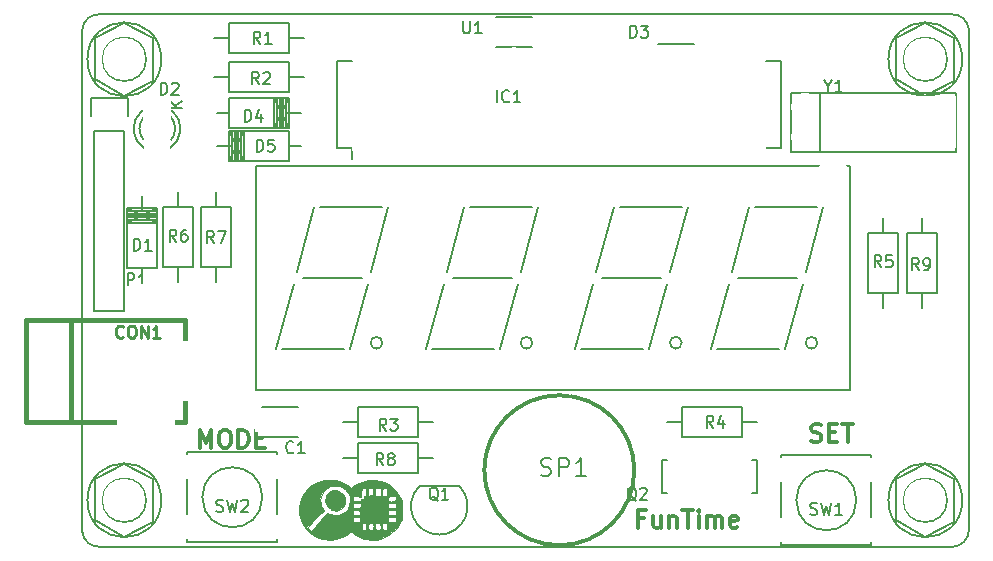
<source format=gbr>
G04 #@! TF.FileFunction,Legend,Top*
%FSLAX46Y46*%
G04 Gerber Fmt 4.6, Leading zero omitted, Abs format (unit mm)*
G04 Created by KiCad (PCBNEW 4.0.1-stable) date 14-Oct-16 3:18:09 PM*
%MOMM*%
G01*
G04 APERTURE LIST*
%ADD10C,0.100000*%
%ADD11C,0.300000*%
%ADD12C,0.375000*%
%ADD13C,0.150000*%
%ADD14C,0.381000*%
%ADD15C,0.317500*%
%ADD16C,0.127000*%
%ADD17C,0.002540*%
%ADD18C,0.254000*%
%ADD19C,0.200000*%
%ADD20C,0.203200*%
%ADD21R,2.432000X2.432000*%
%ADD22C,2.400000*%
%ADD23R,1.700000X1.700000*%
%ADD24C,1.700000*%
%ADD25R,2.432000X2.127200*%
%ADD26O,2.432000X2.127200*%
%ADD27C,2.398980*%
%ADD28C,2.348180*%
%ADD29C,5.200600*%
%ADD30R,5.200600X5.200600*%
%ADD31R,2.398980X2.398980*%
%ADD32R,2.400000X2.400000*%
%ADD33O,2.000000X2.000000*%
%ADD34C,1.400760*%
%ADD35O,2.099260X3.900120*%
%ADD36R,2.000000X2.000000*%
%ADD37C,2.000000*%
%ADD38C,2.100000*%
%ADD39R,10.400000X4.400000*%
%ADD40C,3.600000*%
G04 APERTURE END LIST*
D10*
D11*
X234185829Y-66088343D02*
X234400115Y-66159771D01*
X234757258Y-66159771D01*
X234900115Y-66088343D01*
X234971544Y-66016914D01*
X235042972Y-65874057D01*
X235042972Y-65731200D01*
X234971544Y-65588343D01*
X234900115Y-65516914D01*
X234757258Y-65445486D01*
X234471544Y-65374057D01*
X234328686Y-65302629D01*
X234257258Y-65231200D01*
X234185829Y-65088343D01*
X234185829Y-64945486D01*
X234257258Y-64802629D01*
X234328686Y-64731200D01*
X234471544Y-64659771D01*
X234828686Y-64659771D01*
X235042972Y-64731200D01*
X235685829Y-65374057D02*
X236185829Y-65374057D01*
X236400115Y-66159771D02*
X235685829Y-66159771D01*
X235685829Y-64659771D01*
X236400115Y-64659771D01*
X236828686Y-64659771D02*
X237685829Y-64659771D01*
X237257258Y-66159771D02*
X237257258Y-64659771D01*
X182400914Y-66667771D02*
X182400914Y-65167771D01*
X182900914Y-66239200D01*
X183400914Y-65167771D01*
X183400914Y-66667771D01*
X184400914Y-65167771D02*
X184686628Y-65167771D01*
X184829486Y-65239200D01*
X184972343Y-65382057D01*
X185043771Y-65667771D01*
X185043771Y-66167771D01*
X184972343Y-66453486D01*
X184829486Y-66596343D01*
X184686628Y-66667771D01*
X184400914Y-66667771D01*
X184258057Y-66596343D01*
X184115200Y-66453486D01*
X184043771Y-66167771D01*
X184043771Y-65667771D01*
X184115200Y-65382057D01*
X184258057Y-65239200D01*
X184400914Y-65167771D01*
X185686629Y-66667771D02*
X185686629Y-65167771D01*
X186043772Y-65167771D01*
X186258057Y-65239200D01*
X186400915Y-65382057D01*
X186472343Y-65524914D01*
X186543772Y-65810629D01*
X186543772Y-66024914D01*
X186472343Y-66310629D01*
X186400915Y-66453486D01*
X186258057Y-66596343D01*
X186043772Y-66667771D01*
X185686629Y-66667771D01*
X187186629Y-65882057D02*
X187686629Y-65882057D01*
X187900915Y-66667771D02*
X187186629Y-66667771D01*
X187186629Y-65167771D01*
X187900915Y-65167771D01*
D12*
X219996286Y-72663857D02*
X219496286Y-72663857D01*
X219496286Y-73449571D02*
X219496286Y-71949571D01*
X220210572Y-71949571D01*
X221424857Y-72449571D02*
X221424857Y-73449571D01*
X220782000Y-72449571D02*
X220782000Y-73235286D01*
X220853428Y-73378143D01*
X220996286Y-73449571D01*
X221210571Y-73449571D01*
X221353428Y-73378143D01*
X221424857Y-73306714D01*
X222139143Y-72449571D02*
X222139143Y-73449571D01*
X222139143Y-72592429D02*
X222210571Y-72521000D01*
X222353429Y-72449571D01*
X222567714Y-72449571D01*
X222710571Y-72521000D01*
X222782000Y-72663857D01*
X222782000Y-73449571D01*
X223282000Y-71949571D02*
X224139143Y-71949571D01*
X223710572Y-73449571D02*
X223710572Y-71949571D01*
X224639143Y-73449571D02*
X224639143Y-72449571D01*
X224639143Y-71949571D02*
X224567714Y-72021000D01*
X224639143Y-72092429D01*
X224710571Y-72021000D01*
X224639143Y-71949571D01*
X224639143Y-72092429D01*
X225353429Y-73449571D02*
X225353429Y-72449571D01*
X225353429Y-72592429D02*
X225424857Y-72521000D01*
X225567715Y-72449571D01*
X225782000Y-72449571D01*
X225924857Y-72521000D01*
X225996286Y-72663857D01*
X225996286Y-73449571D01*
X225996286Y-72663857D02*
X226067715Y-72521000D01*
X226210572Y-72449571D01*
X226424857Y-72449571D01*
X226567715Y-72521000D01*
X226639143Y-72663857D01*
X226639143Y-73449571D01*
X227924857Y-73378143D02*
X227782000Y-73449571D01*
X227496286Y-73449571D01*
X227353429Y-73378143D01*
X227282000Y-73235286D01*
X227282000Y-72663857D01*
X227353429Y-72521000D01*
X227496286Y-72449571D01*
X227782000Y-72449571D01*
X227924857Y-72521000D01*
X227996286Y-72663857D01*
X227996286Y-72806714D01*
X227282000Y-72949571D01*
D13*
X172466000Y-73787000D02*
X172466000Y-31242000D01*
X246126000Y-75057000D02*
X173990000Y-75057000D01*
X247523000Y-31242000D02*
X247523000Y-73660000D01*
X173990000Y-29972000D02*
X245999000Y-29972000D01*
X173990000Y-29972000D02*
G75*
G03X172466000Y-31242000I-127000J-1397000D01*
G01*
X247523000Y-31242000D02*
G75*
G03X245999000Y-29972000I-1397000J-127000D01*
G01*
X246126000Y-75057000D02*
G75*
G03X247523000Y-73660000I0J1397000D01*
G01*
X172466000Y-73787000D02*
G75*
G03X173990000Y-75057000I1397000J127000D01*
G01*
X237473680Y-61783360D02*
X187173680Y-61783360D01*
X187173680Y-61783360D02*
X187173680Y-42783360D01*
X187173680Y-42783360D02*
X237473680Y-42783360D01*
X237473680Y-42783360D02*
X237473680Y-61783360D01*
X227953680Y-52283360D02*
X232953680Y-52283360D01*
X226203680Y-58283360D02*
X231453680Y-58283360D01*
X233703680Y-51783360D02*
X235203680Y-46283360D01*
X231953680Y-58283360D02*
X233453680Y-52783360D01*
X227453680Y-51783360D02*
X228953680Y-46283360D01*
X225703680Y-58283360D02*
X227203680Y-52783360D01*
X229453680Y-46283360D02*
X234703680Y-46283360D01*
X191123680Y-52283360D02*
X196123680Y-52283360D01*
X189373680Y-58283360D02*
X194623680Y-58283360D01*
X196873680Y-51783360D02*
X198373680Y-46283360D01*
X195123680Y-58283360D02*
X196623680Y-52783360D01*
X190623680Y-51783360D02*
X192123680Y-46283360D01*
X188873680Y-58283360D02*
X190373680Y-52783360D01*
X192623680Y-46283360D02*
X197873680Y-46283360D01*
X205323680Y-46283360D02*
X210573680Y-46283360D01*
X201573680Y-58283360D02*
X203073680Y-52783360D01*
X203323680Y-51783360D02*
X204823680Y-46283360D01*
X207823680Y-58283360D02*
X209323680Y-52783360D01*
X209573680Y-51783360D02*
X211073680Y-46283360D01*
X202073680Y-58283360D02*
X207323680Y-58283360D01*
X203823680Y-52283360D02*
X208823680Y-52283360D01*
X222208680Y-51783360D02*
X223708680Y-46283360D01*
X217958680Y-46283360D02*
X223208680Y-46283360D01*
X215958680Y-51783360D02*
X217458680Y-46283360D01*
X216458680Y-52283360D02*
X221458680Y-52283360D01*
X214708680Y-58283360D02*
X219958680Y-58283360D01*
X214208680Y-58283360D02*
X215708680Y-52783360D01*
X220458680Y-58283360D02*
X221958680Y-52783360D01*
X234703680Y-57783360D02*
G75*
G03X234703680Y-57783360I-500000J0D01*
G01*
X197873680Y-57783360D02*
G75*
G03X197873680Y-57783360I-500000J0D01*
G01*
X223208680Y-57783360D02*
G75*
G03X223208680Y-57783360I-500000J0D01*
G01*
X210573680Y-57783360D02*
G75*
G03X210573680Y-57783360I-500000J0D01*
G01*
X187710000Y-63266000D02*
X190710000Y-63266000D01*
X190710000Y-65766000D02*
X187710000Y-65766000D01*
X176022000Y-39878000D02*
X176022000Y-55118000D01*
X176022000Y-55118000D02*
X173482000Y-55118000D01*
X173482000Y-55118000D02*
X173482000Y-39878000D01*
X176302000Y-37058000D02*
X176302000Y-38608000D01*
X176022000Y-39878000D02*
X173482000Y-39878000D01*
X173202000Y-38608000D02*
X173202000Y-37058000D01*
X173202000Y-37058000D02*
X176302000Y-37058000D01*
X189992000Y-33274000D02*
X184912000Y-33274000D01*
X184912000Y-33274000D02*
X184912000Y-30734000D01*
X184912000Y-30734000D02*
X189992000Y-30734000D01*
X189992000Y-30734000D02*
X189992000Y-33274000D01*
X189992000Y-32004000D02*
X191262000Y-32004000D01*
X184912000Y-32004000D02*
X183642000Y-32004000D01*
X184912000Y-34036000D02*
X189992000Y-34036000D01*
X189992000Y-34036000D02*
X189992000Y-36576000D01*
X189992000Y-36576000D02*
X184912000Y-36576000D01*
X184912000Y-36576000D02*
X184912000Y-34036000D01*
X184912000Y-35306000D02*
X183642000Y-35306000D01*
X189992000Y-35306000D02*
X191262000Y-35306000D01*
X200914000Y-65786000D02*
X195834000Y-65786000D01*
X195834000Y-65786000D02*
X195834000Y-63246000D01*
X195834000Y-63246000D02*
X200914000Y-63246000D01*
X200914000Y-63246000D02*
X200914000Y-65786000D01*
X200914000Y-64516000D02*
X202184000Y-64516000D01*
X195834000Y-64516000D02*
X194564000Y-64516000D01*
X223266000Y-63246000D02*
X228346000Y-63246000D01*
X228346000Y-63246000D02*
X228346000Y-65786000D01*
X228346000Y-65786000D02*
X223266000Y-65786000D01*
X223266000Y-65786000D02*
X223266000Y-63246000D01*
X223266000Y-64516000D02*
X221996000Y-64516000D01*
X228346000Y-64516000D02*
X229616000Y-64516000D01*
X239014000Y-53594000D02*
X239014000Y-48514000D01*
X239014000Y-48514000D02*
X241554000Y-48514000D01*
X241554000Y-48514000D02*
X241554000Y-53594000D01*
X241554000Y-53594000D02*
X239014000Y-53594000D01*
X240284000Y-53594000D02*
X240284000Y-54864000D01*
X240284000Y-48514000D02*
X240284000Y-47244000D01*
X179324000Y-51333400D02*
X179324000Y-46253400D01*
X179324000Y-46253400D02*
X181864000Y-46253400D01*
X181864000Y-46253400D02*
X181864000Y-51333400D01*
X181864000Y-51333400D02*
X179324000Y-51333400D01*
X180594000Y-51333400D02*
X180594000Y-52603400D01*
X180594000Y-46253400D02*
X180594000Y-44983400D01*
X182524400Y-51333400D02*
X182524400Y-46253400D01*
X182524400Y-46253400D02*
X185064400Y-46253400D01*
X185064400Y-46253400D02*
X185064400Y-51333400D01*
X185064400Y-51333400D02*
X182524400Y-51333400D01*
X183794400Y-51333400D02*
X183794400Y-52603400D01*
X183794400Y-46253400D02*
X183794400Y-44983400D01*
D14*
X168452800Y-55880000D02*
X167690800Y-55880000D01*
X167690800Y-55880000D02*
X167690800Y-64516000D01*
X167690800Y-64516000D02*
X168452800Y-64516000D01*
X171500800Y-55880000D02*
X171500800Y-64516000D01*
X181152800Y-55880000D02*
X181152800Y-64516000D01*
X168452800Y-64516000D02*
X181152800Y-64516000D01*
X168452800Y-55880000D02*
X181152800Y-55880000D01*
D13*
X177535840Y-51447700D02*
X177535840Y-52463700D01*
X177535840Y-46621700D02*
X177535840Y-45351700D01*
X178805840Y-46875700D02*
X176265840Y-46875700D01*
X178805840Y-47129700D02*
X176265840Y-47129700D01*
X178805840Y-47383700D02*
X176265840Y-47383700D01*
X178805840Y-46621700D02*
X176265840Y-46621700D01*
X178805840Y-47637700D02*
X176265840Y-46367700D01*
X178805840Y-46367700D02*
X176265840Y-47637700D01*
X178805840Y-47637700D02*
X176265840Y-47637700D01*
X178805840Y-47002700D02*
X176265840Y-47002700D01*
X176265840Y-46367700D02*
X178805840Y-46367700D01*
X178805840Y-46367700D02*
X178805840Y-51447700D01*
X178805840Y-51447700D02*
X176265840Y-51447700D01*
X176265840Y-51447700D02*
X176265840Y-46367700D01*
X177502000Y-38155000D02*
X177702000Y-38155000D01*
X180096000Y-38155000D02*
X179916000Y-38155000D01*
X179785643Y-41382744D02*
G75*
G03X180102000Y-38155000I-1003643J1727744D01*
G01*
X179915068Y-40707006D02*
G75*
G03X179916000Y-38604000I-1133068J1052006D01*
G01*
X177475274Y-38167780D02*
G75*
G03X177822000Y-41405000I1306726J-1497220D01*
G01*
X177702747Y-38641111D02*
G75*
G03X177722000Y-40689000I1079253J-1013889D01*
G01*
X221238000Y-29992000D02*
X224238000Y-29992000D01*
X224238000Y-32492000D02*
X221238000Y-32492000D01*
X184912000Y-38356540D02*
X183896000Y-38356540D01*
X189738000Y-38356540D02*
X191008000Y-38356540D01*
X189484000Y-39626540D02*
X189484000Y-37086540D01*
X189230000Y-39626540D02*
X189230000Y-37086540D01*
X188976000Y-39626540D02*
X188976000Y-37086540D01*
X189738000Y-39626540D02*
X189738000Y-37086540D01*
X188722000Y-39626540D02*
X189992000Y-37086540D01*
X189992000Y-39626540D02*
X188722000Y-37086540D01*
X188722000Y-39626540D02*
X188722000Y-37086540D01*
X189357000Y-39626540D02*
X189357000Y-37086540D01*
X189992000Y-37086540D02*
X189992000Y-39626540D01*
X189992000Y-39626540D02*
X184912000Y-39626540D01*
X184912000Y-39626540D02*
X184912000Y-37086540D01*
X184912000Y-37086540D02*
X189992000Y-37086540D01*
X189992000Y-41145460D02*
X191008000Y-41145460D01*
X185166000Y-41145460D02*
X183896000Y-41145460D01*
X185420000Y-39875460D02*
X185420000Y-42415460D01*
X185674000Y-39875460D02*
X185674000Y-42415460D01*
X185928000Y-39875460D02*
X185928000Y-42415460D01*
X185166000Y-39875460D02*
X185166000Y-42415460D01*
X186182000Y-39875460D02*
X184912000Y-42415460D01*
X184912000Y-39875460D02*
X186182000Y-42415460D01*
X186182000Y-39875460D02*
X186182000Y-42415460D01*
X185547000Y-39875460D02*
X185547000Y-42415460D01*
X184912000Y-42415460D02*
X184912000Y-39875460D01*
X184912000Y-39875460D02*
X189992000Y-39875460D01*
X189992000Y-39875460D02*
X189992000Y-42415460D01*
X189992000Y-42415460D02*
X184912000Y-42415460D01*
X194047000Y-41267000D02*
X195317000Y-41267000D01*
X194047000Y-33917000D02*
X195317000Y-33917000D01*
X231657000Y-33917000D02*
X230387000Y-33917000D01*
X231657000Y-41267000D02*
X230387000Y-41267000D01*
X194047000Y-41267000D02*
X194047000Y-33917000D01*
X231657000Y-41267000D02*
X231657000Y-33917000D01*
X195317000Y-41267000D02*
X195317000Y-42202000D01*
X204392000Y-69928000D02*
X200992000Y-69928000D01*
X204389056Y-69930944D02*
G75*
G02X202692000Y-74028000I-1697056J-1697056D01*
G01*
X200994944Y-69930944D02*
G75*
G03X202692000Y-74028000I1697056J-1697056D01*
G01*
X229552500Y-70487540D02*
X229151180Y-70487540D01*
X229552500Y-70487540D02*
X229552500Y-67688460D01*
X229552500Y-67688460D02*
X229151180Y-67688460D01*
X221551500Y-70487540D02*
X221952820Y-70487540D01*
X221551500Y-70487540D02*
X221551500Y-67688460D01*
X221551500Y-67688460D02*
X221952820Y-67688460D01*
X200914000Y-68834000D02*
X195834000Y-68834000D01*
X195834000Y-68834000D02*
X195834000Y-66294000D01*
X195834000Y-66294000D02*
X200914000Y-66294000D01*
X200914000Y-66294000D02*
X200914000Y-68834000D01*
X200914000Y-67564000D02*
X202184000Y-67564000D01*
X195834000Y-67564000D02*
X194564000Y-67564000D01*
X244856000Y-48514000D02*
X244856000Y-53594000D01*
X244856000Y-53594000D02*
X242316000Y-53594000D01*
X242316000Y-53594000D02*
X242316000Y-48514000D01*
X242316000Y-48514000D02*
X244856000Y-48514000D01*
X243586000Y-48514000D02*
X243586000Y-47244000D01*
X243586000Y-53594000D02*
X243586000Y-54864000D01*
D15*
X219202000Y-68580000D02*
G75*
G03X219202000Y-68580000I-6350000J0D01*
G01*
D16*
X237998000Y-71120000D02*
G75*
G03X237998000Y-71120000I-2540000J0D01*
G01*
X239268000Y-74930000D02*
X231648000Y-74930000D01*
X231648000Y-74930000D02*
X231648000Y-67310000D01*
X231648000Y-67310000D02*
X239268000Y-67310000D01*
X239268000Y-74930000D02*
X239268000Y-67310000D01*
X187706000Y-70866000D02*
G75*
G03X187706000Y-70866000I-2540000J0D01*
G01*
X188976000Y-74676000D02*
X181356000Y-74676000D01*
X181356000Y-74676000D02*
X181356000Y-67056000D01*
X181356000Y-67056000D02*
X188976000Y-67056000D01*
X188976000Y-74676000D02*
X188976000Y-67056000D01*
D13*
X207522000Y-30246000D02*
X210522000Y-30246000D01*
X210522000Y-32746000D02*
X207522000Y-32746000D01*
X234930000Y-36616000D02*
X234930000Y-41616000D01*
X232430000Y-36616000D02*
X232430000Y-41616000D01*
X232430000Y-41616000D02*
X246430000Y-41616000D01*
X246430000Y-41616000D02*
X246430000Y-36616000D01*
X246430000Y-36616000D02*
X232430000Y-36616000D01*
X243840000Y-36882000D02*
X246240000Y-35582000D01*
X241340000Y-35482000D02*
X243840000Y-36882000D01*
X241340000Y-31982000D02*
X243840000Y-30682000D01*
X241340000Y-35582000D02*
X241340000Y-31982000D01*
X246240000Y-31982000D02*
X243840000Y-30682000D01*
X246240000Y-35582000D02*
X246240000Y-31882000D01*
X246964100Y-33782000D02*
G75*
G03X246964100Y-33782000I-3124100J0D01*
G01*
X246940000Y-33782000D02*
X246940000Y-33982000D01*
X245678478Y-33782000D02*
G75*
G03X245678478Y-33782000I-1838478J0D01*
G01*
X176022000Y-74220000D02*
X178422000Y-72920000D01*
X173522000Y-72820000D02*
X176022000Y-74220000D01*
X173522000Y-69320000D02*
X176022000Y-68020000D01*
X173522000Y-72920000D02*
X173522000Y-69320000D01*
X178422000Y-69320000D02*
X176022000Y-68020000D01*
X178422000Y-72920000D02*
X178422000Y-69220000D01*
X179146100Y-71120000D02*
G75*
G03X179146100Y-71120000I-3124100J0D01*
G01*
X179122000Y-71120000D02*
X179122000Y-71320000D01*
X177860478Y-71120000D02*
G75*
G03X177860478Y-71120000I-1838478J0D01*
G01*
X176022000Y-36882000D02*
X178422000Y-35582000D01*
X173522000Y-35482000D02*
X176022000Y-36882000D01*
X173522000Y-31982000D02*
X176022000Y-30682000D01*
X173522000Y-35582000D02*
X173522000Y-31982000D01*
X178422000Y-31982000D02*
X176022000Y-30682000D01*
X178422000Y-35582000D02*
X178422000Y-31882000D01*
X179146100Y-33782000D02*
G75*
G03X179146100Y-33782000I-3124100J0D01*
G01*
X179122000Y-33782000D02*
X179122000Y-33982000D01*
X177860478Y-33782000D02*
G75*
G03X177860478Y-33782000I-1838478J0D01*
G01*
X243840000Y-74220000D02*
X246240000Y-72920000D01*
X241340000Y-72820000D02*
X243840000Y-74220000D01*
X241340000Y-69320000D02*
X243840000Y-68020000D01*
X241340000Y-72920000D02*
X241340000Y-69320000D01*
X246240000Y-69320000D02*
X243840000Y-68020000D01*
X246240000Y-72920000D02*
X246240000Y-69220000D01*
X246964100Y-71120000D02*
G75*
G03X246964100Y-71120000I-3124100J0D01*
G01*
X246940000Y-71120000D02*
X246940000Y-71320000D01*
X245678478Y-71120000D02*
G75*
G03X245678478Y-71120000I-1838478J0D01*
G01*
D17*
G36*
X199557640Y-71945500D02*
X199550020Y-72273160D01*
X199534780Y-72506840D01*
X199499220Y-72687180D01*
X199443340Y-72852280D01*
X199400160Y-72946260D01*
X199100440Y-73446640D01*
X199016620Y-73535540D01*
X199016620Y-70784720D01*
X198688960Y-70784720D01*
X198495920Y-70787260D01*
X198401940Y-70812660D01*
X198366380Y-70878700D01*
X198361300Y-70967600D01*
X198379080Y-71130160D01*
X198447660Y-71208900D01*
X198597520Y-71226680D01*
X198714360Y-71221600D01*
X198882000Y-71201280D01*
X198963280Y-71147940D01*
X198991220Y-71031100D01*
X198996300Y-70993000D01*
X199016620Y-70784720D01*
X199016620Y-73535540D01*
X199009000Y-73545700D01*
X199009000Y-72976740D01*
X199009000Y-72753220D01*
X199009000Y-72527160D01*
X199009000Y-72397620D01*
X199009000Y-72171560D01*
X199009000Y-71945500D01*
X199009000Y-71815960D01*
X199009000Y-71592440D01*
X199009000Y-71366380D01*
X198686420Y-71366380D01*
X198361300Y-71366380D01*
X198361300Y-71592440D01*
X198361300Y-71815960D01*
X198686420Y-71815960D01*
X199009000Y-71815960D01*
X199009000Y-71945500D01*
X198686420Y-71945500D01*
X198361300Y-71945500D01*
X198361300Y-72171560D01*
X198361300Y-72397620D01*
X198686420Y-72397620D01*
X199009000Y-72397620D01*
X199009000Y-72527160D01*
X198686420Y-72527160D01*
X198361300Y-72527160D01*
X198361300Y-72753220D01*
X198361300Y-72976740D01*
X198686420Y-72976740D01*
X199009000Y-72976740D01*
X199009000Y-73545700D01*
X198727060Y-73845420D01*
X198297800Y-74132440D01*
X198297800Y-73334880D01*
X198297800Y-70721220D01*
X198297800Y-70393560D01*
X198297800Y-70065900D01*
X198089520Y-70086220D01*
X197962520Y-70106540D01*
X197896480Y-70162420D01*
X197868540Y-70286880D01*
X197858380Y-70413880D01*
X197840600Y-70721220D01*
X198069200Y-70721220D01*
X198297800Y-70721220D01*
X198297800Y-73334880D01*
X198292720Y-73154540D01*
X198259700Y-73070720D01*
X198173340Y-73042780D01*
X198071740Y-73042780D01*
X197932040Y-73047860D01*
X197868540Y-73088500D01*
X197848220Y-73202800D01*
X197848220Y-73334880D01*
X197850760Y-73512680D01*
X197883780Y-73593960D01*
X197970140Y-73621900D01*
X198071740Y-73624440D01*
X198211440Y-73616820D01*
X198277480Y-73576180D01*
X198295260Y-73461880D01*
X198297800Y-73334880D01*
X198297800Y-74132440D01*
X198267320Y-74155300D01*
X197866000Y-74333100D01*
X197718680Y-74376280D01*
X197718680Y-73334880D01*
X197718680Y-70721220D01*
X197718680Y-70398640D01*
X197718680Y-70073520D01*
X197492620Y-70073520D01*
X197266560Y-70073520D01*
X197266560Y-70398640D01*
X197266560Y-70721220D01*
X197492620Y-70721220D01*
X197718680Y-70721220D01*
X197718680Y-73334880D01*
X197711060Y-73154540D01*
X197678040Y-73070720D01*
X197591680Y-73042780D01*
X197492620Y-73042780D01*
X197352920Y-73047860D01*
X197286880Y-73088500D01*
X197266560Y-73202800D01*
X197266560Y-73334880D01*
X197271640Y-73512680D01*
X197304660Y-73593960D01*
X197391020Y-73621900D01*
X197492620Y-73624440D01*
X197629780Y-73616820D01*
X197695820Y-73576180D01*
X197716140Y-73461880D01*
X197718680Y-73334880D01*
X197718680Y-74376280D01*
X197629780Y-74406760D01*
X197418960Y-74447400D01*
X197172580Y-74457560D01*
X197121780Y-74455020D01*
X197121780Y-73334880D01*
X197116700Y-73154540D01*
X197104000Y-73113900D01*
X197104000Y-70507860D01*
X197104000Y-70398640D01*
X197098920Y-70218300D01*
X197063360Y-70129400D01*
X196974460Y-70096380D01*
X196895720Y-70086220D01*
X196687440Y-70065900D01*
X196687440Y-70398640D01*
X196687440Y-70728840D01*
X196895720Y-70705980D01*
X197025260Y-70688200D01*
X197083680Y-70634860D01*
X197104000Y-70507860D01*
X197104000Y-73113900D01*
X197088760Y-73070720D01*
X197002400Y-73042780D01*
X196905880Y-73042780D01*
X196768720Y-73047860D01*
X196705220Y-73091040D01*
X196687440Y-73205340D01*
X196687440Y-73334880D01*
X196689980Y-73512680D01*
X196723000Y-73593960D01*
X196809360Y-73621900D01*
X196900800Y-73624440D01*
X197032880Y-73616820D01*
X197096380Y-73571100D01*
X197116700Y-73456800D01*
X197121780Y-73334880D01*
X197121780Y-74455020D01*
X196890640Y-74449940D01*
X196570600Y-74427080D01*
X196509640Y-74414380D01*
X196509640Y-73464420D01*
X196507100Y-73431400D01*
X196507100Y-70154800D01*
X196463920Y-70116700D01*
X196334380Y-70088760D01*
X196319140Y-70088760D01*
X196110860Y-70065900D01*
X196093080Y-70439280D01*
X196072760Y-70812660D01*
X196039740Y-70810120D01*
X196039740Y-70495160D01*
X196039740Y-70236080D01*
X196009260Y-70203060D01*
X195976240Y-70236080D01*
X196009260Y-70266560D01*
X196039740Y-70236080D01*
X196039740Y-70495160D01*
X196009260Y-70462140D01*
X195976240Y-70495160D01*
X196009260Y-70528180D01*
X196039740Y-70495160D01*
X196039740Y-70810120D01*
X195734940Y-70792340D01*
X195536820Y-70784720D01*
X195435220Y-70802500D01*
X195399660Y-70860920D01*
X195394580Y-70967600D01*
X195404740Y-71092060D01*
X195460620Y-71153020D01*
X195597780Y-71178420D01*
X195668900Y-71183500D01*
X195879720Y-71193660D01*
X195991480Y-71178420D01*
X196034660Y-71125080D01*
X196039740Y-71071740D01*
X196067680Y-70990460D01*
X196088000Y-70985380D01*
X196237860Y-70980300D01*
X196288660Y-70899020D01*
X196278500Y-70848220D01*
X196281040Y-70746620D01*
X196369940Y-70721220D01*
X196451220Y-70695820D01*
X196484240Y-70601840D01*
X196491860Y-70462140D01*
X196494400Y-70284340D01*
X196504560Y-70170040D01*
X196507100Y-70154800D01*
X196507100Y-73431400D01*
X196502020Y-73334880D01*
X196481700Y-73154540D01*
X196438520Y-73068180D01*
X196352160Y-73042780D01*
X196291200Y-73042780D01*
X196176900Y-73050400D01*
X196123560Y-73101200D01*
X196105780Y-73228200D01*
X196105780Y-73334880D01*
X196108320Y-73512680D01*
X196141340Y-73593960D01*
X196227700Y-73621900D01*
X196314060Y-73624440D01*
X196441060Y-73616820D01*
X196499480Y-73576180D01*
X196509640Y-73464420D01*
X196509640Y-74414380D01*
X196329300Y-74386440D01*
X196108320Y-74315320D01*
X196047360Y-74284840D01*
X196047360Y-71366380D01*
X195722240Y-71366380D01*
X195529200Y-71368920D01*
X195432680Y-71394320D01*
X195399660Y-71460360D01*
X195394580Y-71551800D01*
X195412360Y-71683880D01*
X195486020Y-71752460D01*
X195638420Y-71780400D01*
X195808600Y-71777860D01*
X195950840Y-71755000D01*
X196011800Y-71676260D01*
X196027040Y-71569580D01*
X196047360Y-71366380D01*
X196047360Y-74284840D01*
X196009260Y-74269600D01*
X196009260Y-72753220D01*
X196009260Y-72171560D01*
X195999100Y-72054720D01*
X195950840Y-71993760D01*
X195826380Y-71968360D01*
X195701920Y-71958200D01*
X195394580Y-71937880D01*
X195394580Y-72171560D01*
X195394580Y-72405240D01*
X195701920Y-72384920D01*
X195887340Y-72367140D01*
X195976240Y-72331580D01*
X196004180Y-72252840D01*
X196009260Y-72171560D01*
X196009260Y-72753220D01*
X195999100Y-72633840D01*
X195950840Y-72575420D01*
X195826380Y-72547480D01*
X195701920Y-72537320D01*
X195394580Y-72519540D01*
X195394580Y-72753220D01*
X195394580Y-72984360D01*
X195701920Y-72966580D01*
X195887340Y-72948800D01*
X195976240Y-72910700D01*
X196004180Y-72831960D01*
X196009260Y-72753220D01*
X196009260Y-74269600D01*
X195897500Y-74218800D01*
X195671440Y-74096880D01*
X195483480Y-73977500D01*
X195369180Y-73886060D01*
X195298060Y-73820020D01*
X195232020Y-73804780D01*
X195138040Y-73845420D01*
X195138040Y-71153020D01*
X195094860Y-70802500D01*
X194950080Y-70469760D01*
X194703700Y-70177660D01*
X194566540Y-70068440D01*
X194416680Y-69982080D01*
X194254120Y-69933820D01*
X194033140Y-69916040D01*
X193873120Y-69913500D01*
X193619120Y-69918580D01*
X193446400Y-69941440D01*
X193311780Y-69999860D01*
X193172080Y-70101460D01*
X193159380Y-70111620D01*
X192940940Y-70332600D01*
X192763140Y-70606920D01*
X192648840Y-70886320D01*
X192620900Y-71071740D01*
X192648840Y-71333360D01*
X192717420Y-71592440D01*
X192816480Y-71795640D01*
X192862200Y-71854060D01*
X192928240Y-71935340D01*
X192902840Y-72001380D01*
X192808860Y-72075040D01*
X192707260Y-72166480D01*
X192539620Y-72331580D01*
X192331340Y-72544940D01*
X192102740Y-72788780D01*
X192074800Y-72819260D01*
X191498220Y-73446640D01*
X191653160Y-73571100D01*
X191808100Y-73698100D01*
X192232280Y-73258680D01*
X192458340Y-73017380D01*
X192686940Y-72773540D01*
X192877440Y-72560180D01*
X192920620Y-72509380D01*
X193184780Y-72202040D01*
X193415920Y-72301100D01*
X193791840Y-72390000D01*
X194175380Y-72354440D01*
X194348100Y-72298560D01*
X194685920Y-72095360D01*
X194929760Y-71821040D01*
X195082160Y-71501000D01*
X195138040Y-71153020D01*
X195138040Y-73845420D01*
X195135500Y-73847960D01*
X194970400Y-73959720D01*
X194955160Y-73974960D01*
X194482720Y-74236580D01*
X193959480Y-74401680D01*
X193415920Y-74467720D01*
X192885060Y-74429620D01*
X192491360Y-74320400D01*
X191978280Y-74061320D01*
X191546480Y-73713340D01*
X191211200Y-73289160D01*
X190974980Y-72804020D01*
X190845440Y-72275700D01*
X190832740Y-71711820D01*
X190875920Y-71417180D01*
X190987680Y-70998080D01*
X191160400Y-70639940D01*
X191414400Y-70299580D01*
X191531240Y-70170040D01*
X191937640Y-69827140D01*
X192407540Y-69575680D01*
X192915540Y-69428360D01*
X193441320Y-69377560D01*
X193962020Y-69430900D01*
X194459860Y-69585840D01*
X194909440Y-69844920D01*
X195011040Y-69926200D01*
X195199000Y-70083680D01*
X195409820Y-69926200D01*
X195874640Y-69641720D01*
X196392800Y-69461380D01*
X196613780Y-69418200D01*
X197175120Y-69382640D01*
X197716140Y-69471540D01*
X198221600Y-69667120D01*
X198673720Y-69966840D01*
X199057260Y-70365620D01*
X199354440Y-70845680D01*
X199356980Y-70848220D01*
X199448420Y-71051420D01*
X199506840Y-71221600D01*
X199539860Y-71401940D01*
X199552560Y-71628000D01*
X199557640Y-71945500D01*
X199557640Y-71945500D01*
X199557640Y-71945500D01*
G37*
X199557640Y-71945500D02*
X199550020Y-72273160D01*
X199534780Y-72506840D01*
X199499220Y-72687180D01*
X199443340Y-72852280D01*
X199400160Y-72946260D01*
X199100440Y-73446640D01*
X199016620Y-73535540D01*
X199016620Y-70784720D01*
X198688960Y-70784720D01*
X198495920Y-70787260D01*
X198401940Y-70812660D01*
X198366380Y-70878700D01*
X198361300Y-70967600D01*
X198379080Y-71130160D01*
X198447660Y-71208900D01*
X198597520Y-71226680D01*
X198714360Y-71221600D01*
X198882000Y-71201280D01*
X198963280Y-71147940D01*
X198991220Y-71031100D01*
X198996300Y-70993000D01*
X199016620Y-70784720D01*
X199016620Y-73535540D01*
X199009000Y-73545700D01*
X199009000Y-72976740D01*
X199009000Y-72753220D01*
X199009000Y-72527160D01*
X199009000Y-72397620D01*
X199009000Y-72171560D01*
X199009000Y-71945500D01*
X199009000Y-71815960D01*
X199009000Y-71592440D01*
X199009000Y-71366380D01*
X198686420Y-71366380D01*
X198361300Y-71366380D01*
X198361300Y-71592440D01*
X198361300Y-71815960D01*
X198686420Y-71815960D01*
X199009000Y-71815960D01*
X199009000Y-71945500D01*
X198686420Y-71945500D01*
X198361300Y-71945500D01*
X198361300Y-72171560D01*
X198361300Y-72397620D01*
X198686420Y-72397620D01*
X199009000Y-72397620D01*
X199009000Y-72527160D01*
X198686420Y-72527160D01*
X198361300Y-72527160D01*
X198361300Y-72753220D01*
X198361300Y-72976740D01*
X198686420Y-72976740D01*
X199009000Y-72976740D01*
X199009000Y-73545700D01*
X198727060Y-73845420D01*
X198297800Y-74132440D01*
X198297800Y-73334880D01*
X198297800Y-70721220D01*
X198297800Y-70393560D01*
X198297800Y-70065900D01*
X198089520Y-70086220D01*
X197962520Y-70106540D01*
X197896480Y-70162420D01*
X197868540Y-70286880D01*
X197858380Y-70413880D01*
X197840600Y-70721220D01*
X198069200Y-70721220D01*
X198297800Y-70721220D01*
X198297800Y-73334880D01*
X198292720Y-73154540D01*
X198259700Y-73070720D01*
X198173340Y-73042780D01*
X198071740Y-73042780D01*
X197932040Y-73047860D01*
X197868540Y-73088500D01*
X197848220Y-73202800D01*
X197848220Y-73334880D01*
X197850760Y-73512680D01*
X197883780Y-73593960D01*
X197970140Y-73621900D01*
X198071740Y-73624440D01*
X198211440Y-73616820D01*
X198277480Y-73576180D01*
X198295260Y-73461880D01*
X198297800Y-73334880D01*
X198297800Y-74132440D01*
X198267320Y-74155300D01*
X197866000Y-74333100D01*
X197718680Y-74376280D01*
X197718680Y-73334880D01*
X197718680Y-70721220D01*
X197718680Y-70398640D01*
X197718680Y-70073520D01*
X197492620Y-70073520D01*
X197266560Y-70073520D01*
X197266560Y-70398640D01*
X197266560Y-70721220D01*
X197492620Y-70721220D01*
X197718680Y-70721220D01*
X197718680Y-73334880D01*
X197711060Y-73154540D01*
X197678040Y-73070720D01*
X197591680Y-73042780D01*
X197492620Y-73042780D01*
X197352920Y-73047860D01*
X197286880Y-73088500D01*
X197266560Y-73202800D01*
X197266560Y-73334880D01*
X197271640Y-73512680D01*
X197304660Y-73593960D01*
X197391020Y-73621900D01*
X197492620Y-73624440D01*
X197629780Y-73616820D01*
X197695820Y-73576180D01*
X197716140Y-73461880D01*
X197718680Y-73334880D01*
X197718680Y-74376280D01*
X197629780Y-74406760D01*
X197418960Y-74447400D01*
X197172580Y-74457560D01*
X197121780Y-74455020D01*
X197121780Y-73334880D01*
X197116700Y-73154540D01*
X197104000Y-73113900D01*
X197104000Y-70507860D01*
X197104000Y-70398640D01*
X197098920Y-70218300D01*
X197063360Y-70129400D01*
X196974460Y-70096380D01*
X196895720Y-70086220D01*
X196687440Y-70065900D01*
X196687440Y-70398640D01*
X196687440Y-70728840D01*
X196895720Y-70705980D01*
X197025260Y-70688200D01*
X197083680Y-70634860D01*
X197104000Y-70507860D01*
X197104000Y-73113900D01*
X197088760Y-73070720D01*
X197002400Y-73042780D01*
X196905880Y-73042780D01*
X196768720Y-73047860D01*
X196705220Y-73091040D01*
X196687440Y-73205340D01*
X196687440Y-73334880D01*
X196689980Y-73512680D01*
X196723000Y-73593960D01*
X196809360Y-73621900D01*
X196900800Y-73624440D01*
X197032880Y-73616820D01*
X197096380Y-73571100D01*
X197116700Y-73456800D01*
X197121780Y-73334880D01*
X197121780Y-74455020D01*
X196890640Y-74449940D01*
X196570600Y-74427080D01*
X196509640Y-74414380D01*
X196509640Y-73464420D01*
X196507100Y-73431400D01*
X196507100Y-70154800D01*
X196463920Y-70116700D01*
X196334380Y-70088760D01*
X196319140Y-70088760D01*
X196110860Y-70065900D01*
X196093080Y-70439280D01*
X196072760Y-70812660D01*
X196039740Y-70810120D01*
X196039740Y-70495160D01*
X196039740Y-70236080D01*
X196009260Y-70203060D01*
X195976240Y-70236080D01*
X196009260Y-70266560D01*
X196039740Y-70236080D01*
X196039740Y-70495160D01*
X196009260Y-70462140D01*
X195976240Y-70495160D01*
X196009260Y-70528180D01*
X196039740Y-70495160D01*
X196039740Y-70810120D01*
X195734940Y-70792340D01*
X195536820Y-70784720D01*
X195435220Y-70802500D01*
X195399660Y-70860920D01*
X195394580Y-70967600D01*
X195404740Y-71092060D01*
X195460620Y-71153020D01*
X195597780Y-71178420D01*
X195668900Y-71183500D01*
X195879720Y-71193660D01*
X195991480Y-71178420D01*
X196034660Y-71125080D01*
X196039740Y-71071740D01*
X196067680Y-70990460D01*
X196088000Y-70985380D01*
X196237860Y-70980300D01*
X196288660Y-70899020D01*
X196278500Y-70848220D01*
X196281040Y-70746620D01*
X196369940Y-70721220D01*
X196451220Y-70695820D01*
X196484240Y-70601840D01*
X196491860Y-70462140D01*
X196494400Y-70284340D01*
X196504560Y-70170040D01*
X196507100Y-70154800D01*
X196507100Y-73431400D01*
X196502020Y-73334880D01*
X196481700Y-73154540D01*
X196438520Y-73068180D01*
X196352160Y-73042780D01*
X196291200Y-73042780D01*
X196176900Y-73050400D01*
X196123560Y-73101200D01*
X196105780Y-73228200D01*
X196105780Y-73334880D01*
X196108320Y-73512680D01*
X196141340Y-73593960D01*
X196227700Y-73621900D01*
X196314060Y-73624440D01*
X196441060Y-73616820D01*
X196499480Y-73576180D01*
X196509640Y-73464420D01*
X196509640Y-74414380D01*
X196329300Y-74386440D01*
X196108320Y-74315320D01*
X196047360Y-74284840D01*
X196047360Y-71366380D01*
X195722240Y-71366380D01*
X195529200Y-71368920D01*
X195432680Y-71394320D01*
X195399660Y-71460360D01*
X195394580Y-71551800D01*
X195412360Y-71683880D01*
X195486020Y-71752460D01*
X195638420Y-71780400D01*
X195808600Y-71777860D01*
X195950840Y-71755000D01*
X196011800Y-71676260D01*
X196027040Y-71569580D01*
X196047360Y-71366380D01*
X196047360Y-74284840D01*
X196009260Y-74269600D01*
X196009260Y-72753220D01*
X196009260Y-72171560D01*
X195999100Y-72054720D01*
X195950840Y-71993760D01*
X195826380Y-71968360D01*
X195701920Y-71958200D01*
X195394580Y-71937880D01*
X195394580Y-72171560D01*
X195394580Y-72405240D01*
X195701920Y-72384920D01*
X195887340Y-72367140D01*
X195976240Y-72331580D01*
X196004180Y-72252840D01*
X196009260Y-72171560D01*
X196009260Y-72753220D01*
X195999100Y-72633840D01*
X195950840Y-72575420D01*
X195826380Y-72547480D01*
X195701920Y-72537320D01*
X195394580Y-72519540D01*
X195394580Y-72753220D01*
X195394580Y-72984360D01*
X195701920Y-72966580D01*
X195887340Y-72948800D01*
X195976240Y-72910700D01*
X196004180Y-72831960D01*
X196009260Y-72753220D01*
X196009260Y-74269600D01*
X195897500Y-74218800D01*
X195671440Y-74096880D01*
X195483480Y-73977500D01*
X195369180Y-73886060D01*
X195298060Y-73820020D01*
X195232020Y-73804780D01*
X195138040Y-73845420D01*
X195138040Y-71153020D01*
X195094860Y-70802500D01*
X194950080Y-70469760D01*
X194703700Y-70177660D01*
X194566540Y-70068440D01*
X194416680Y-69982080D01*
X194254120Y-69933820D01*
X194033140Y-69916040D01*
X193873120Y-69913500D01*
X193619120Y-69918580D01*
X193446400Y-69941440D01*
X193311780Y-69999860D01*
X193172080Y-70101460D01*
X193159380Y-70111620D01*
X192940940Y-70332600D01*
X192763140Y-70606920D01*
X192648840Y-70886320D01*
X192620900Y-71071740D01*
X192648840Y-71333360D01*
X192717420Y-71592440D01*
X192816480Y-71795640D01*
X192862200Y-71854060D01*
X192928240Y-71935340D01*
X192902840Y-72001380D01*
X192808860Y-72075040D01*
X192707260Y-72166480D01*
X192539620Y-72331580D01*
X192331340Y-72544940D01*
X192102740Y-72788780D01*
X192074800Y-72819260D01*
X191498220Y-73446640D01*
X191653160Y-73571100D01*
X191808100Y-73698100D01*
X192232280Y-73258680D01*
X192458340Y-73017380D01*
X192686940Y-72773540D01*
X192877440Y-72560180D01*
X192920620Y-72509380D01*
X193184780Y-72202040D01*
X193415920Y-72301100D01*
X193791840Y-72390000D01*
X194175380Y-72354440D01*
X194348100Y-72298560D01*
X194685920Y-72095360D01*
X194929760Y-71821040D01*
X195082160Y-71501000D01*
X195138040Y-71153020D01*
X195138040Y-73845420D01*
X195135500Y-73847960D01*
X194970400Y-73959720D01*
X194955160Y-73974960D01*
X194482720Y-74236580D01*
X193959480Y-74401680D01*
X193415920Y-74467720D01*
X192885060Y-74429620D01*
X192491360Y-74320400D01*
X191978280Y-74061320D01*
X191546480Y-73713340D01*
X191211200Y-73289160D01*
X190974980Y-72804020D01*
X190845440Y-72275700D01*
X190832740Y-71711820D01*
X190875920Y-71417180D01*
X190987680Y-70998080D01*
X191160400Y-70639940D01*
X191414400Y-70299580D01*
X191531240Y-70170040D01*
X191937640Y-69827140D01*
X192407540Y-69575680D01*
X192915540Y-69428360D01*
X193441320Y-69377560D01*
X193962020Y-69430900D01*
X194459860Y-69585840D01*
X194909440Y-69844920D01*
X195011040Y-69926200D01*
X195199000Y-70083680D01*
X195409820Y-69926200D01*
X195874640Y-69641720D01*
X196392800Y-69461380D01*
X196613780Y-69418200D01*
X197175120Y-69382640D01*
X197716140Y-69471540D01*
X198221600Y-69667120D01*
X198673720Y-69966840D01*
X199057260Y-70365620D01*
X199354440Y-70845680D01*
X199356980Y-70848220D01*
X199448420Y-71051420D01*
X199506840Y-71221600D01*
X199539860Y-71401940D01*
X199552560Y-71628000D01*
X199557640Y-71945500D01*
X199557640Y-71945500D01*
G36*
X194736720Y-71005700D02*
X194718940Y-71300340D01*
X194612260Y-71577200D01*
X194429380Y-71805800D01*
X194185540Y-71958200D01*
X193911220Y-72009000D01*
X193743580Y-71981060D01*
X193550540Y-71909940D01*
X193530220Y-71897240D01*
X193266060Y-71699120D01*
X193100960Y-71447660D01*
X193034920Y-71163180D01*
X193067940Y-70873620D01*
X193205100Y-70606920D01*
X193441320Y-70388480D01*
X193469260Y-70370700D01*
X193743580Y-70276720D01*
X194038220Y-70286880D01*
X194320160Y-70388480D01*
X194551300Y-70571360D01*
X194650360Y-70713600D01*
X194736720Y-71005700D01*
X194736720Y-71005700D01*
X194736720Y-71005700D01*
G37*
X194736720Y-71005700D02*
X194718940Y-71300340D01*
X194612260Y-71577200D01*
X194429380Y-71805800D01*
X194185540Y-71958200D01*
X193911220Y-72009000D01*
X193743580Y-71981060D01*
X193550540Y-71909940D01*
X193530220Y-71897240D01*
X193266060Y-71699120D01*
X193100960Y-71447660D01*
X193034920Y-71163180D01*
X193067940Y-70873620D01*
X193205100Y-70606920D01*
X193441320Y-70388480D01*
X193469260Y-70370700D01*
X193743580Y-70276720D01*
X194038220Y-70286880D01*
X194320160Y-70388480D01*
X194551300Y-70571360D01*
X194650360Y-70713600D01*
X194736720Y-71005700D01*
X194736720Y-71005700D01*
D13*
X190333334Y-67032143D02*
X190285715Y-67079762D01*
X190142858Y-67127381D01*
X190047620Y-67127381D01*
X189904762Y-67079762D01*
X189809524Y-66984524D01*
X189761905Y-66889286D01*
X189714286Y-66698810D01*
X189714286Y-66555952D01*
X189761905Y-66365476D01*
X189809524Y-66270238D01*
X189904762Y-66175000D01*
X190047620Y-66127381D01*
X190142858Y-66127381D01*
X190285715Y-66175000D01*
X190333334Y-66222619D01*
X191285715Y-67127381D02*
X190714286Y-67127381D01*
X191000000Y-67127381D02*
X191000000Y-66127381D01*
X190904762Y-66270238D01*
X190809524Y-66365476D01*
X190714286Y-66413095D01*
X176310065Y-52908461D02*
X176310065Y-51908461D01*
X176691018Y-51908461D01*
X176786256Y-51956080D01*
X176833875Y-52003699D01*
X176881494Y-52098937D01*
X176881494Y-52241794D01*
X176833875Y-52337032D01*
X176786256Y-52384651D01*
X176691018Y-52432270D01*
X176310065Y-52432270D01*
X177833875Y-52908461D02*
X177262446Y-52908461D01*
X177548160Y-52908461D02*
X177548160Y-51908461D01*
X177452922Y-52051318D01*
X177357684Y-52146556D01*
X177262446Y-52194175D01*
X187539334Y-32456381D02*
X187206000Y-31980190D01*
X186967905Y-32456381D02*
X186967905Y-31456381D01*
X187348858Y-31456381D01*
X187444096Y-31504000D01*
X187491715Y-31551619D01*
X187539334Y-31646857D01*
X187539334Y-31789714D01*
X187491715Y-31884952D01*
X187444096Y-31932571D01*
X187348858Y-31980190D01*
X186967905Y-31980190D01*
X188491715Y-32456381D02*
X187920286Y-32456381D01*
X188206000Y-32456381D02*
X188206000Y-31456381D01*
X188110762Y-31599238D01*
X188015524Y-31694476D01*
X187920286Y-31742095D01*
X187412334Y-35885381D02*
X187079000Y-35409190D01*
X186840905Y-35885381D02*
X186840905Y-34885381D01*
X187221858Y-34885381D01*
X187317096Y-34933000D01*
X187364715Y-34980619D01*
X187412334Y-35075857D01*
X187412334Y-35218714D01*
X187364715Y-35313952D01*
X187317096Y-35361571D01*
X187221858Y-35409190D01*
X186840905Y-35409190D01*
X187793286Y-34980619D02*
X187840905Y-34933000D01*
X187936143Y-34885381D01*
X188174239Y-34885381D01*
X188269477Y-34933000D01*
X188317096Y-34980619D01*
X188364715Y-35075857D01*
X188364715Y-35171095D01*
X188317096Y-35313952D01*
X187745667Y-35885381D01*
X188364715Y-35885381D01*
X198207334Y-65222381D02*
X197874000Y-64746190D01*
X197635905Y-65222381D02*
X197635905Y-64222381D01*
X198016858Y-64222381D01*
X198112096Y-64270000D01*
X198159715Y-64317619D01*
X198207334Y-64412857D01*
X198207334Y-64555714D01*
X198159715Y-64650952D01*
X198112096Y-64698571D01*
X198016858Y-64746190D01*
X197635905Y-64746190D01*
X198540667Y-64222381D02*
X199159715Y-64222381D01*
X198826381Y-64603333D01*
X198969239Y-64603333D01*
X199064477Y-64650952D01*
X199112096Y-64698571D01*
X199159715Y-64793810D01*
X199159715Y-65031905D01*
X199112096Y-65127143D01*
X199064477Y-65174762D01*
X198969239Y-65222381D01*
X198683524Y-65222381D01*
X198588286Y-65174762D01*
X198540667Y-65127143D01*
X225893334Y-64968381D02*
X225560000Y-64492190D01*
X225321905Y-64968381D02*
X225321905Y-63968381D01*
X225702858Y-63968381D01*
X225798096Y-64016000D01*
X225845715Y-64063619D01*
X225893334Y-64158857D01*
X225893334Y-64301714D01*
X225845715Y-64396952D01*
X225798096Y-64444571D01*
X225702858Y-64492190D01*
X225321905Y-64492190D01*
X226750477Y-64301714D02*
X226750477Y-64968381D01*
X226512381Y-63920762D02*
X226274286Y-64635048D01*
X226893334Y-64635048D01*
X240117334Y-51379381D02*
X239784000Y-50903190D01*
X239545905Y-51379381D02*
X239545905Y-50379381D01*
X239926858Y-50379381D01*
X240022096Y-50427000D01*
X240069715Y-50474619D01*
X240117334Y-50569857D01*
X240117334Y-50712714D01*
X240069715Y-50807952D01*
X240022096Y-50855571D01*
X239926858Y-50903190D01*
X239545905Y-50903190D01*
X241022096Y-50379381D02*
X240545905Y-50379381D01*
X240498286Y-50855571D01*
X240545905Y-50807952D01*
X240641143Y-50760333D01*
X240879239Y-50760333D01*
X240974477Y-50807952D01*
X241022096Y-50855571D01*
X241069715Y-50950810D01*
X241069715Y-51188905D01*
X241022096Y-51284143D01*
X240974477Y-51331762D01*
X240879239Y-51379381D01*
X240641143Y-51379381D01*
X240545905Y-51331762D01*
X240498286Y-51284143D01*
X180427334Y-49220381D02*
X180094000Y-48744190D01*
X179855905Y-49220381D02*
X179855905Y-48220381D01*
X180236858Y-48220381D01*
X180332096Y-48268000D01*
X180379715Y-48315619D01*
X180427334Y-48410857D01*
X180427334Y-48553714D01*
X180379715Y-48648952D01*
X180332096Y-48696571D01*
X180236858Y-48744190D01*
X179855905Y-48744190D01*
X181284477Y-48220381D02*
X181094000Y-48220381D01*
X180998762Y-48268000D01*
X180951143Y-48315619D01*
X180855905Y-48458476D01*
X180808286Y-48648952D01*
X180808286Y-49029905D01*
X180855905Y-49125143D01*
X180903524Y-49172762D01*
X180998762Y-49220381D01*
X181189239Y-49220381D01*
X181284477Y-49172762D01*
X181332096Y-49125143D01*
X181379715Y-49029905D01*
X181379715Y-48791810D01*
X181332096Y-48696571D01*
X181284477Y-48648952D01*
X181189239Y-48601333D01*
X180998762Y-48601333D01*
X180903524Y-48648952D01*
X180855905Y-48696571D01*
X180808286Y-48791810D01*
X183602334Y-49347381D02*
X183269000Y-48871190D01*
X183030905Y-49347381D02*
X183030905Y-48347381D01*
X183411858Y-48347381D01*
X183507096Y-48395000D01*
X183554715Y-48442619D01*
X183602334Y-48537857D01*
X183602334Y-48680714D01*
X183554715Y-48775952D01*
X183507096Y-48823571D01*
X183411858Y-48871190D01*
X183030905Y-48871190D01*
X183935667Y-48347381D02*
X184602334Y-48347381D01*
X184173762Y-49347381D01*
D18*
X175931286Y-57258857D02*
X175882905Y-57307238D01*
X175737762Y-57355619D01*
X175641000Y-57355619D01*
X175495858Y-57307238D01*
X175399096Y-57210476D01*
X175350715Y-57113714D01*
X175302334Y-56920190D01*
X175302334Y-56775048D01*
X175350715Y-56581524D01*
X175399096Y-56484762D01*
X175495858Y-56388000D01*
X175641000Y-56339619D01*
X175737762Y-56339619D01*
X175882905Y-56388000D01*
X175931286Y-56436381D01*
X176560239Y-56339619D02*
X176753762Y-56339619D01*
X176850524Y-56388000D01*
X176947286Y-56484762D01*
X176995667Y-56678286D01*
X176995667Y-57016952D01*
X176947286Y-57210476D01*
X176850524Y-57307238D01*
X176753762Y-57355619D01*
X176560239Y-57355619D01*
X176463477Y-57307238D01*
X176366715Y-57210476D01*
X176318334Y-57016952D01*
X176318334Y-56678286D01*
X176366715Y-56484762D01*
X176463477Y-56388000D01*
X176560239Y-56339619D01*
X177431096Y-57355619D02*
X177431096Y-56339619D01*
X178011667Y-57355619D01*
X178011667Y-56339619D01*
X179027667Y-57355619D02*
X178447096Y-57355619D01*
X178737382Y-57355619D02*
X178737382Y-56339619D01*
X178640620Y-56484762D01*
X178543858Y-56581524D01*
X178447096Y-56629905D01*
D13*
X176807905Y-49982381D02*
X176807905Y-48982381D01*
X177046000Y-48982381D01*
X177188858Y-49030000D01*
X177284096Y-49125238D01*
X177331715Y-49220476D01*
X177379334Y-49410952D01*
X177379334Y-49553810D01*
X177331715Y-49744286D01*
X177284096Y-49839524D01*
X177188858Y-49934762D01*
X177046000Y-49982381D01*
X176807905Y-49982381D01*
X178331715Y-49982381D02*
X177760286Y-49982381D01*
X178046000Y-49982381D02*
X178046000Y-48982381D01*
X177950762Y-49125238D01*
X177855524Y-49220476D01*
X177760286Y-49268095D01*
X179093905Y-36774381D02*
X179093905Y-35774381D01*
X179332000Y-35774381D01*
X179474858Y-35822000D01*
X179570096Y-35917238D01*
X179617715Y-36012476D01*
X179665334Y-36202952D01*
X179665334Y-36345810D01*
X179617715Y-36536286D01*
X179570096Y-36631524D01*
X179474858Y-36726762D01*
X179332000Y-36774381D01*
X179093905Y-36774381D01*
X180046286Y-35869619D02*
X180093905Y-35822000D01*
X180189143Y-35774381D01*
X180427239Y-35774381D01*
X180522477Y-35822000D01*
X180570096Y-35869619D01*
X180617715Y-35964857D01*
X180617715Y-36060095D01*
X180570096Y-36202952D01*
X179998667Y-36774381D01*
X180617715Y-36774381D01*
X180914301Y-37914865D02*
X179914301Y-37914865D01*
X180914301Y-37343436D02*
X180342872Y-37772008D01*
X179914301Y-37343436D02*
X180485730Y-37914865D01*
X218844905Y-31948381D02*
X218844905Y-30948381D01*
X219083000Y-30948381D01*
X219225858Y-30996000D01*
X219321096Y-31091238D01*
X219368715Y-31186476D01*
X219416334Y-31376952D01*
X219416334Y-31519810D01*
X219368715Y-31710286D01*
X219321096Y-31805524D01*
X219225858Y-31900762D01*
X219083000Y-31948381D01*
X218844905Y-31948381D01*
X219749667Y-30948381D02*
X220368715Y-30948381D01*
X220035381Y-31329333D01*
X220178239Y-31329333D01*
X220273477Y-31376952D01*
X220321096Y-31424571D01*
X220368715Y-31519810D01*
X220368715Y-31757905D01*
X220321096Y-31853143D01*
X220273477Y-31900762D01*
X220178239Y-31948381D01*
X219892524Y-31948381D01*
X219797286Y-31900762D01*
X219749667Y-31853143D01*
X186205905Y-39060381D02*
X186205905Y-38060381D01*
X186444000Y-38060381D01*
X186586858Y-38108000D01*
X186682096Y-38203238D01*
X186729715Y-38298476D01*
X186777334Y-38488952D01*
X186777334Y-38631810D01*
X186729715Y-38822286D01*
X186682096Y-38917524D01*
X186586858Y-39012762D01*
X186444000Y-39060381D01*
X186205905Y-39060381D01*
X187634477Y-38393714D02*
X187634477Y-39060381D01*
X187396381Y-38012762D02*
X187158286Y-38727048D01*
X187777334Y-38727048D01*
X187221905Y-41600381D02*
X187221905Y-40600381D01*
X187460000Y-40600381D01*
X187602858Y-40648000D01*
X187698096Y-40743238D01*
X187745715Y-40838476D01*
X187793334Y-41028952D01*
X187793334Y-41171810D01*
X187745715Y-41362286D01*
X187698096Y-41457524D01*
X187602858Y-41552762D01*
X187460000Y-41600381D01*
X187221905Y-41600381D01*
X188698096Y-40600381D02*
X188221905Y-40600381D01*
X188174286Y-41076571D01*
X188221905Y-41028952D01*
X188317143Y-40981333D01*
X188555239Y-40981333D01*
X188650477Y-41028952D01*
X188698096Y-41076571D01*
X188745715Y-41171810D01*
X188745715Y-41409905D01*
X188698096Y-41505143D01*
X188650477Y-41552762D01*
X188555239Y-41600381D01*
X188317143Y-41600381D01*
X188221905Y-41552762D01*
X188174286Y-41505143D01*
X207557810Y-37409381D02*
X207557810Y-36409381D01*
X208605429Y-37314143D02*
X208557810Y-37361762D01*
X208414953Y-37409381D01*
X208319715Y-37409381D01*
X208176857Y-37361762D01*
X208081619Y-37266524D01*
X208034000Y-37171286D01*
X207986381Y-36980810D01*
X207986381Y-36837952D01*
X208034000Y-36647476D01*
X208081619Y-36552238D01*
X208176857Y-36457000D01*
X208319715Y-36409381D01*
X208414953Y-36409381D01*
X208557810Y-36457000D01*
X208605429Y-36504619D01*
X209557810Y-37409381D02*
X208986381Y-37409381D01*
X209272095Y-37409381D02*
X209272095Y-36409381D01*
X209176857Y-36552238D01*
X209081619Y-36647476D01*
X208986381Y-36695095D01*
X202596762Y-71159619D02*
X202501524Y-71112000D01*
X202406286Y-71016762D01*
X202263429Y-70873905D01*
X202168190Y-70826286D01*
X202072952Y-70826286D01*
X202120571Y-71064381D02*
X202025333Y-71016762D01*
X201930095Y-70921524D01*
X201882476Y-70731048D01*
X201882476Y-70397714D01*
X201930095Y-70207238D01*
X202025333Y-70112000D01*
X202120571Y-70064381D01*
X202311048Y-70064381D01*
X202406286Y-70112000D01*
X202501524Y-70207238D01*
X202549143Y-70397714D01*
X202549143Y-70731048D01*
X202501524Y-70921524D01*
X202406286Y-71016762D01*
X202311048Y-71064381D01*
X202120571Y-71064381D01*
X203501524Y-71064381D02*
X202930095Y-71064381D01*
X203215809Y-71064381D02*
X203215809Y-70064381D01*
X203120571Y-70207238D01*
X203025333Y-70302476D01*
X202930095Y-70350095D01*
X219360762Y-71159619D02*
X219265524Y-71112000D01*
X219170286Y-71016762D01*
X219027429Y-70873905D01*
X218932190Y-70826286D01*
X218836952Y-70826286D01*
X218884571Y-71064381D02*
X218789333Y-71016762D01*
X218694095Y-70921524D01*
X218646476Y-70731048D01*
X218646476Y-70397714D01*
X218694095Y-70207238D01*
X218789333Y-70112000D01*
X218884571Y-70064381D01*
X219075048Y-70064381D01*
X219170286Y-70112000D01*
X219265524Y-70207238D01*
X219313143Y-70397714D01*
X219313143Y-70731048D01*
X219265524Y-70921524D01*
X219170286Y-71016762D01*
X219075048Y-71064381D01*
X218884571Y-71064381D01*
X219694095Y-70159619D02*
X219741714Y-70112000D01*
X219836952Y-70064381D01*
X220075048Y-70064381D01*
X220170286Y-70112000D01*
X220217905Y-70159619D01*
X220265524Y-70254857D01*
X220265524Y-70350095D01*
X220217905Y-70492952D01*
X219646476Y-71064381D01*
X220265524Y-71064381D01*
X197953334Y-68143381D02*
X197620000Y-67667190D01*
X197381905Y-68143381D02*
X197381905Y-67143381D01*
X197762858Y-67143381D01*
X197858096Y-67191000D01*
X197905715Y-67238619D01*
X197953334Y-67333857D01*
X197953334Y-67476714D01*
X197905715Y-67571952D01*
X197858096Y-67619571D01*
X197762858Y-67667190D01*
X197381905Y-67667190D01*
X198524762Y-67571952D02*
X198429524Y-67524333D01*
X198381905Y-67476714D01*
X198334286Y-67381476D01*
X198334286Y-67333857D01*
X198381905Y-67238619D01*
X198429524Y-67191000D01*
X198524762Y-67143381D01*
X198715239Y-67143381D01*
X198810477Y-67191000D01*
X198858096Y-67238619D01*
X198905715Y-67333857D01*
X198905715Y-67381476D01*
X198858096Y-67476714D01*
X198810477Y-67524333D01*
X198715239Y-67571952D01*
X198524762Y-67571952D01*
X198429524Y-67619571D01*
X198381905Y-67667190D01*
X198334286Y-67762429D01*
X198334286Y-67952905D01*
X198381905Y-68048143D01*
X198429524Y-68095762D01*
X198524762Y-68143381D01*
X198715239Y-68143381D01*
X198810477Y-68095762D01*
X198858096Y-68048143D01*
X198905715Y-67952905D01*
X198905715Y-67762429D01*
X198858096Y-67667190D01*
X198810477Y-67619571D01*
X198715239Y-67571952D01*
X243292334Y-51633381D02*
X242959000Y-51157190D01*
X242720905Y-51633381D02*
X242720905Y-50633381D01*
X243101858Y-50633381D01*
X243197096Y-50681000D01*
X243244715Y-50728619D01*
X243292334Y-50823857D01*
X243292334Y-50966714D01*
X243244715Y-51061952D01*
X243197096Y-51109571D01*
X243101858Y-51157190D01*
X242720905Y-51157190D01*
X243768524Y-51633381D02*
X243959000Y-51633381D01*
X244054239Y-51585762D01*
X244101858Y-51538143D01*
X244197096Y-51395286D01*
X244244715Y-51204810D01*
X244244715Y-50823857D01*
X244197096Y-50728619D01*
X244149477Y-50681000D01*
X244054239Y-50633381D01*
X243863762Y-50633381D01*
X243768524Y-50681000D01*
X243720905Y-50728619D01*
X243673286Y-50823857D01*
X243673286Y-51061952D01*
X243720905Y-51157190D01*
X243768524Y-51204810D01*
X243863762Y-51252429D01*
X244054239Y-51252429D01*
X244149477Y-51204810D01*
X244197096Y-51157190D01*
X244244715Y-51061952D01*
D19*
X211284457Y-68993657D02*
X211502171Y-69066229D01*
X211865028Y-69066229D01*
X212010171Y-68993657D01*
X212082742Y-68921086D01*
X212155314Y-68775943D01*
X212155314Y-68630800D01*
X212082742Y-68485657D01*
X212010171Y-68413086D01*
X211865028Y-68340514D01*
X211574742Y-68267943D01*
X211429600Y-68195371D01*
X211357028Y-68122800D01*
X211284457Y-67977657D01*
X211284457Y-67832514D01*
X211357028Y-67687371D01*
X211429600Y-67614800D01*
X211574742Y-67542229D01*
X211937600Y-67542229D01*
X212155314Y-67614800D01*
X212808457Y-69066229D02*
X212808457Y-67542229D01*
X213389029Y-67542229D01*
X213534171Y-67614800D01*
X213606743Y-67687371D01*
X213679314Y-67832514D01*
X213679314Y-68050229D01*
X213606743Y-68195371D01*
X213534171Y-68267943D01*
X213389029Y-68340514D01*
X212808457Y-68340514D01*
X215130743Y-69066229D02*
X214259886Y-69066229D01*
X214695314Y-69066229D02*
X214695314Y-67542229D01*
X214550171Y-67759943D01*
X214405029Y-67905086D01*
X214259886Y-67977657D01*
D20*
X234103334Y-72293238D02*
X234248477Y-72341619D01*
X234490381Y-72341619D01*
X234587143Y-72293238D01*
X234635524Y-72244857D01*
X234683905Y-72148095D01*
X234683905Y-72051333D01*
X234635524Y-71954571D01*
X234587143Y-71906190D01*
X234490381Y-71857810D01*
X234296858Y-71809429D01*
X234200096Y-71761048D01*
X234151715Y-71712667D01*
X234103334Y-71615905D01*
X234103334Y-71519143D01*
X234151715Y-71422381D01*
X234200096Y-71374000D01*
X234296858Y-71325619D01*
X234538762Y-71325619D01*
X234683905Y-71374000D01*
X235022572Y-71325619D02*
X235264477Y-72341619D01*
X235458000Y-71615905D01*
X235651524Y-72341619D01*
X235893429Y-71325619D01*
X236812667Y-72341619D02*
X236232096Y-72341619D01*
X236522382Y-72341619D02*
X236522382Y-71325619D01*
X236425620Y-71470762D01*
X236328858Y-71567524D01*
X236232096Y-71615905D01*
X183811334Y-72039238D02*
X183956477Y-72087619D01*
X184198381Y-72087619D01*
X184295143Y-72039238D01*
X184343524Y-71990857D01*
X184391905Y-71894095D01*
X184391905Y-71797333D01*
X184343524Y-71700571D01*
X184295143Y-71652190D01*
X184198381Y-71603810D01*
X184004858Y-71555429D01*
X183908096Y-71507048D01*
X183859715Y-71458667D01*
X183811334Y-71361905D01*
X183811334Y-71265143D01*
X183859715Y-71168381D01*
X183908096Y-71120000D01*
X184004858Y-71071619D01*
X184246762Y-71071619D01*
X184391905Y-71120000D01*
X184730572Y-71071619D02*
X184972477Y-72087619D01*
X185166000Y-71361905D01*
X185359524Y-72087619D01*
X185601429Y-71071619D01*
X185940096Y-71168381D02*
X185988477Y-71120000D01*
X186085239Y-71071619D01*
X186327143Y-71071619D01*
X186423905Y-71120000D01*
X186472286Y-71168381D01*
X186520667Y-71265143D01*
X186520667Y-71361905D01*
X186472286Y-71507048D01*
X185891715Y-72087619D01*
X186520667Y-72087619D01*
D13*
X204724095Y-30567381D02*
X204724095Y-31376905D01*
X204771714Y-31472143D01*
X204819333Y-31519762D01*
X204914571Y-31567381D01*
X205105048Y-31567381D01*
X205200286Y-31519762D01*
X205247905Y-31472143D01*
X205295524Y-31376905D01*
X205295524Y-30567381D01*
X206295524Y-31567381D02*
X205724095Y-31567381D01*
X206009809Y-31567381D02*
X206009809Y-30567381D01*
X205914571Y-30710238D01*
X205819333Y-30805476D01*
X205724095Y-30853095D01*
X235616809Y-36044190D02*
X235616809Y-36520381D01*
X235283476Y-35520381D02*
X235616809Y-36044190D01*
X235950143Y-35520381D01*
X236807286Y-36520381D02*
X236235857Y-36520381D01*
X236521571Y-36520381D02*
X236521571Y-35520381D01*
X236426333Y-35663238D01*
X236331095Y-35758476D01*
X236235857Y-35806095D01*
X243101905Y-34234381D02*
X243101905Y-33234381D01*
X243482858Y-33234381D01*
X243578096Y-33282000D01*
X243625715Y-33329619D01*
X243673334Y-33424857D01*
X243673334Y-33567714D01*
X243625715Y-33662952D01*
X243578096Y-33710571D01*
X243482858Y-33758190D01*
X243101905Y-33758190D01*
X244054286Y-33329619D02*
X244101905Y-33282000D01*
X244197143Y-33234381D01*
X244435239Y-33234381D01*
X244530477Y-33282000D01*
X244578096Y-33329619D01*
X244625715Y-33424857D01*
X244625715Y-33520095D01*
X244578096Y-33662952D01*
X244006667Y-34234381D01*
X244625715Y-34234381D01*
X175283905Y-71572381D02*
X175283905Y-70572381D01*
X175664858Y-70572381D01*
X175760096Y-70620000D01*
X175807715Y-70667619D01*
X175855334Y-70762857D01*
X175855334Y-70905714D01*
X175807715Y-71000952D01*
X175760096Y-71048571D01*
X175664858Y-71096190D01*
X175283905Y-71096190D01*
X176188667Y-70572381D02*
X176807715Y-70572381D01*
X176474381Y-70953333D01*
X176617239Y-70953333D01*
X176712477Y-71000952D01*
X176760096Y-71048571D01*
X176807715Y-71143810D01*
X176807715Y-71381905D01*
X176760096Y-71477143D01*
X176712477Y-71524762D01*
X176617239Y-71572381D01*
X176331524Y-71572381D01*
X176236286Y-71524762D01*
X176188667Y-71477143D01*
X175283905Y-33980381D02*
X175283905Y-32980381D01*
X175664858Y-32980381D01*
X175760096Y-33028000D01*
X175807715Y-33075619D01*
X175855334Y-33170857D01*
X175855334Y-33313714D01*
X175807715Y-33408952D01*
X175760096Y-33456571D01*
X175664858Y-33504190D01*
X175283905Y-33504190D01*
X176712477Y-33313714D02*
X176712477Y-33980381D01*
X176474381Y-32932762D02*
X176236286Y-33647048D01*
X176855334Y-33647048D01*
X243101905Y-71826381D02*
X243101905Y-70826381D01*
X243482858Y-70826381D01*
X243578096Y-70874000D01*
X243625715Y-70921619D01*
X243673334Y-71016857D01*
X243673334Y-71159714D01*
X243625715Y-71254952D01*
X243578096Y-71302571D01*
X243482858Y-71350190D01*
X243101905Y-71350190D01*
X244578096Y-70826381D02*
X244101905Y-70826381D01*
X244054286Y-71302571D01*
X244101905Y-71254952D01*
X244197143Y-71207333D01*
X244435239Y-71207333D01*
X244530477Y-71254952D01*
X244578096Y-71302571D01*
X244625715Y-71397810D01*
X244625715Y-71635905D01*
X244578096Y-71731143D01*
X244530477Y-71778762D01*
X244435239Y-71826381D01*
X244197143Y-71826381D01*
X244101905Y-71778762D01*
X244054286Y-71731143D01*
%LPC*%
D21*
X205973680Y-59903360D03*
D22*
X208513680Y-59903360D03*
X211053680Y-59903360D03*
X213593680Y-59903360D03*
X216133680Y-59903360D03*
X218673680Y-59903360D03*
X213593680Y-44663360D03*
X216133680Y-44663360D03*
X205973680Y-44663360D03*
X208513680Y-44663360D03*
X218673680Y-44663360D03*
X211053680Y-44663360D03*
D23*
X187960000Y-64516000D03*
D24*
X190460000Y-64516000D03*
D25*
X174752000Y-38608000D03*
D26*
X174752000Y-41148000D03*
X174752000Y-43688000D03*
X174752000Y-46228000D03*
X174752000Y-48768000D03*
X174752000Y-51308000D03*
X174752000Y-53848000D03*
D27*
X192532000Y-32004000D03*
X182372000Y-32004000D03*
X182372000Y-35306000D03*
X192532000Y-35306000D03*
X203454000Y-64516000D03*
X193294000Y-64516000D03*
X220726000Y-64516000D03*
X230886000Y-64516000D03*
X240284000Y-56134000D03*
X240284000Y-45974000D03*
X180594000Y-53873400D03*
X180594000Y-43713400D03*
X183794400Y-53873400D03*
X183794400Y-43713400D03*
D28*
X236029500Y-43030140D03*
X236029500Y-63030100D03*
D29*
X175564800Y-60198000D03*
D30*
X181660800Y-60198000D03*
D29*
X177850800Y-65278000D03*
D27*
X177535840Y-53987700D03*
D31*
X177535840Y-43827700D03*
D32*
X178816000Y-38354000D03*
D22*
X178816000Y-40894000D03*
D23*
X221488000Y-31242000D03*
D24*
X223988000Y-31242000D03*
D27*
X182372000Y-38356540D03*
D31*
X192532000Y-38356540D03*
D27*
X192532000Y-41145460D03*
D31*
X182372000Y-41145460D03*
D33*
X196342000Y-41402000D03*
X198882000Y-41402000D03*
X201422000Y-41402000D03*
X203962000Y-41402000D03*
X206502000Y-41402000D03*
X209042000Y-41402000D03*
X211582000Y-41402000D03*
X214122000Y-41402000D03*
X216662000Y-41402000D03*
X219202000Y-41402000D03*
X221742000Y-41402000D03*
X224282000Y-41402000D03*
X226822000Y-41402000D03*
X229362000Y-41402000D03*
X229362000Y-33782000D03*
X226822000Y-33782000D03*
X224282000Y-33782000D03*
X221742000Y-33782000D03*
X219202000Y-33782000D03*
X216662000Y-33782000D03*
X214122000Y-33782000D03*
X211582000Y-33782000D03*
X209042000Y-33782000D03*
X206502000Y-33782000D03*
X203962000Y-33782000D03*
X201422000Y-33782000D03*
X198882000Y-33782000D03*
X196342000Y-33782000D03*
D34*
X202692000Y-72898000D03*
X201422000Y-71628000D03*
X203962000Y-71628000D03*
D35*
X225552000Y-69088000D03*
X227843080Y-69088000D03*
X223260920Y-69088000D03*
D27*
X203454000Y-67564000D03*
X193294000Y-67564000D03*
X243586000Y-45974000D03*
X243586000Y-56134000D03*
D36*
X216662000Y-68580000D03*
D37*
X209042000Y-68580000D03*
D38*
X231648000Y-73660000D03*
X231648000Y-68580000D03*
X239268000Y-73660000D03*
X239268000Y-68580000D03*
X181356000Y-73406000D03*
X181356000Y-68326000D03*
X188976000Y-73406000D03*
X188976000Y-68326000D03*
D23*
X207772000Y-31496000D03*
D24*
X210272000Y-31496000D03*
D22*
X233680000Y-37846000D03*
X233680000Y-40386000D03*
D39*
X241300000Y-39116000D03*
D40*
X243840000Y-33782000D03*
X176022000Y-71120000D03*
X176022000Y-33782000D03*
X243840000Y-71120000D03*
M02*

</source>
